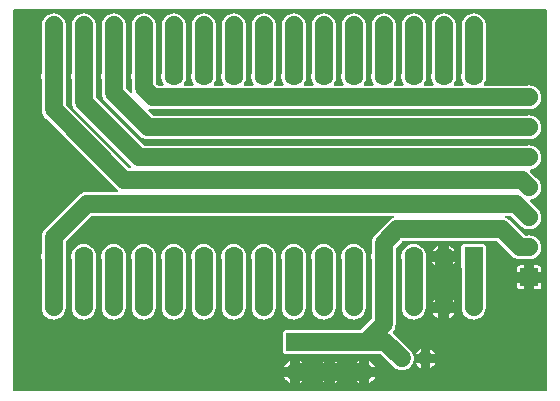
<source format=gtl>
G04 Layer: TopLayer*
G04 EasyEDA v6.4.19.4, 2021-04-27T12:02:32+05:30*
G04 545d4b8ce55c4096bfffc31d6a5384ca,10*
G04 Gerber Generator version 0.2*
G04 Scale: 100 percent, Rotated: No, Reflected: No *
G04 Dimensions in millimeters *
G04 leading zeros omitted , absolute positions ,4 integer and 5 decimal *
%FSLAX45Y45*%
%MOMM*%

%ADD11C,1.5000*%
%ADD12R,1.5240X1.5240*%
%ADD13C,1.5240*%
%ADD14C,1.3000*%
%ADD15R,1.6000X1.6000*%
%ADD16C,1.6000*%

%LPD*%
G36*
X735838Y2438654D02*
G01*
X731926Y2439416D01*
X728675Y2441651D01*
X726440Y2444902D01*
X725678Y2448814D01*
X725678Y5664200D01*
X726440Y5668111D01*
X728675Y5671362D01*
X731926Y5673598D01*
X735838Y5674360D01*
X5234686Y5674360D01*
X5238597Y5673598D01*
X5241848Y5671362D01*
X5244084Y5668111D01*
X5244846Y5664200D01*
X5244846Y2448814D01*
X5244084Y2444902D01*
X5241848Y2441651D01*
X5238597Y2439416D01*
X5234686Y2438654D01*
G37*

%LPC*%
G36*
X4626000Y3047593D02*
G01*
X4639513Y3048965D01*
X4652772Y3052114D01*
X4665472Y3056991D01*
X4677359Y3063544D01*
X4688332Y3071622D01*
X4698085Y3081070D01*
X4706518Y3091738D01*
X4713478Y3103422D01*
X4718761Y3115970D01*
X4722368Y3129076D01*
X4724196Y3142589D01*
X4724196Y3156153D01*
X4723231Y3164179D01*
X4723384Y3483457D01*
X4723790Y3486251D01*
X4725873Y3490315D01*
X4727752Y3495700D01*
X4728464Y3501948D01*
X4728464Y3660851D01*
X4727752Y3667099D01*
X4725873Y3672484D01*
X4722825Y3677361D01*
X4718761Y3681425D01*
X4713884Y3684473D01*
X4708499Y3686352D01*
X4702251Y3687064D01*
X4543348Y3687064D01*
X4537100Y3686352D01*
X4531715Y3684473D01*
X4526838Y3681425D01*
X4522774Y3677361D01*
X4519726Y3672484D01*
X4517847Y3667099D01*
X4517136Y3660851D01*
X4517136Y3501948D01*
X4517847Y3495700D01*
X4519726Y3490315D01*
X4521708Y3486454D01*
X4522063Y3483610D01*
X4521911Y3165144D01*
X4520742Y3149346D01*
X4521657Y3135782D01*
X4524349Y3122472D01*
X4528820Y3109620D01*
X4534966Y3097479D01*
X4542688Y3086252D01*
X4551781Y3076194D01*
X4562195Y3067405D01*
X4573625Y3060090D01*
X4585970Y3054350D01*
X4598974Y3050336D01*
X4612386Y3048050D01*
G37*
G36*
X3067050Y2512110D02*
G01*
X3067050Y2559050D01*
X3020110Y2559050D01*
X3022193Y2554579D01*
X3029508Y2543098D01*
X3038297Y2532684D01*
X3048406Y2523591D01*
X3059582Y2515870D01*
G37*
G36*
X3359150Y2512110D02*
G01*
X3359150Y2559050D01*
X3312210Y2559050D01*
X3314293Y2554579D01*
X3321608Y2543098D01*
X3330397Y2532684D01*
X3340506Y2523591D01*
X3351682Y2515870D01*
G37*
G36*
X3740150Y2512110D02*
G01*
X3747617Y2515870D01*
X3758793Y2523591D01*
X3768902Y2532684D01*
X3777691Y2543098D01*
X3785006Y2554579D01*
X3787089Y2559050D01*
X3740150Y2559050D01*
G37*
G36*
X3448050Y2512110D02*
G01*
X3455517Y2515870D01*
X3466693Y2523591D01*
X3476802Y2532684D01*
X3485591Y2543098D01*
X3492906Y2554579D01*
X3494989Y2559050D01*
X3448050Y2559050D01*
G37*
G36*
X3155950Y2512110D02*
G01*
X3163417Y2515870D01*
X3174593Y2523591D01*
X3184702Y2532684D01*
X3193491Y2543098D01*
X3200806Y2554579D01*
X3202889Y2559050D01*
X3155950Y2559050D01*
G37*
G36*
X4014825Y2617165D02*
G01*
X4027932Y2618028D01*
X4040835Y2620619D01*
X4053332Y2624836D01*
X4065117Y2630627D01*
X4076039Y2637942D01*
X4085945Y2646629D01*
X4094632Y2656535D01*
X4101947Y2667508D01*
X4107789Y2679293D01*
X4110380Y2686913D01*
X4111904Y2689555D01*
X4111853Y2691079D01*
X4114596Y2704642D01*
X4115409Y2717800D01*
X4114596Y2730957D01*
X4111853Y2744520D01*
X4111904Y2746044D01*
X4110380Y2748686D01*
X4107789Y2756306D01*
X4101947Y2768092D01*
X4094632Y2779064D01*
X4085742Y2789224D01*
X3946499Y2928416D01*
X3940810Y2933446D01*
X3938371Y2936595D01*
X3937355Y2940405D01*
X3937863Y2944368D01*
X3947718Y2959354D01*
X3953560Y2971139D01*
X3957777Y2983636D01*
X3960368Y2996539D01*
X3961231Y3010001D01*
X3961231Y3134715D01*
X3962196Y3142589D01*
X3962196Y3156153D01*
X3961231Y3164179D01*
X3961434Y3548278D01*
X3961993Y3551529D01*
X3962857Y3554069D01*
X3965549Y3567633D01*
X3966413Y3581400D01*
X3965549Y3595166D01*
X3962857Y3608730D01*
X3961993Y3611219D01*
X3961434Y3614470D01*
X3961434Y3649776D01*
X3962247Y3653688D01*
X3964432Y3656990D01*
X4013809Y3706368D01*
X4017111Y3708552D01*
X4021023Y3709365D01*
X4818176Y3709365D01*
X4822088Y3708552D01*
X4825390Y3706368D01*
X4945075Y3586683D01*
X4955235Y3577742D01*
X4966208Y3570427D01*
X4977993Y3564636D01*
X4990439Y3560419D01*
X5003342Y3557828D01*
X5016855Y3556965D01*
X5078171Y3556965D01*
X5085892Y3556000D01*
X5099507Y3556000D01*
X5112969Y3557828D01*
X5126126Y3561384D01*
X5138623Y3566718D01*
X5150307Y3573627D01*
X5161026Y3582060D01*
X5170474Y3591864D01*
X5178552Y3602786D01*
X5185054Y3614724D01*
X5189982Y3627424D01*
X5193131Y3640683D01*
X5194452Y3654196D01*
X5193995Y3667810D01*
X5191760Y3681222D01*
X5187746Y3694176D01*
X5182006Y3706520D01*
X5174691Y3718001D01*
X5165902Y3728415D01*
X5155793Y3737508D01*
X5144617Y3745229D01*
X5132476Y3751326D01*
X5119624Y3755796D01*
X5106263Y3758539D01*
X5092700Y3759454D01*
X5076799Y3758234D01*
X5062423Y3758234D01*
X5058511Y3759047D01*
X5055209Y3761232D01*
X4935524Y3880916D01*
X4925364Y3889857D01*
X4914392Y3897172D01*
X4902606Y3902964D01*
X4895240Y3905453D01*
X4891786Y3907485D01*
X4889347Y3910787D01*
X4888382Y3914698D01*
X4889042Y3918712D01*
X4891227Y3922115D01*
X4894580Y3924452D01*
X4898542Y3925265D01*
X4932476Y3925265D01*
X4936388Y3924452D01*
X4939690Y3922268D01*
X5011115Y3850792D01*
X5014925Y3845864D01*
X5024374Y3836060D01*
X5035092Y3827627D01*
X5046776Y3820718D01*
X5059273Y3815384D01*
X5072430Y3811828D01*
X5085892Y3810000D01*
X5099507Y3810000D01*
X5112969Y3811828D01*
X5126126Y3815384D01*
X5138623Y3820718D01*
X5150307Y3827627D01*
X5161026Y3836060D01*
X5170474Y3845864D01*
X5178552Y3856786D01*
X5185054Y3868724D01*
X5189982Y3881424D01*
X5193131Y3894683D01*
X5194452Y3908196D01*
X5193995Y3921810D01*
X5191760Y3935222D01*
X5187746Y3948176D01*
X5182006Y3960520D01*
X5174691Y3972001D01*
X5165902Y3982415D01*
X5155793Y3991508D01*
X5152999Y3993692D01*
X5099151Y4047490D01*
X5096764Y4051249D01*
X5096256Y4055719D01*
X5097678Y4059936D01*
X5100777Y4063187D01*
X5104993Y4064711D01*
X5112969Y4065828D01*
X5126126Y4069384D01*
X5138623Y4074718D01*
X5150307Y4081627D01*
X5161026Y4090060D01*
X5170474Y4099864D01*
X5178552Y4110786D01*
X5185054Y4122724D01*
X5189982Y4135424D01*
X5193131Y4148683D01*
X5194452Y4162196D01*
X5193995Y4175810D01*
X5191760Y4189222D01*
X5187746Y4202176D01*
X5182006Y4214520D01*
X5174691Y4226001D01*
X5165902Y4236415D01*
X5155793Y4245508D01*
X5152999Y4247692D01*
X5100624Y4300016D01*
X5097119Y4304030D01*
X5096103Y4307738D01*
X5096459Y4311599D01*
X5098288Y4315002D01*
X5101183Y4317492D01*
X5104841Y4318711D01*
X5112969Y4319828D01*
X5126126Y4323384D01*
X5138623Y4328718D01*
X5150307Y4335627D01*
X5161026Y4344060D01*
X5170474Y4353864D01*
X5178552Y4364786D01*
X5185054Y4376724D01*
X5189982Y4389424D01*
X5193131Y4402683D01*
X5194452Y4416196D01*
X5193995Y4429810D01*
X5191760Y4443222D01*
X5187746Y4456176D01*
X5182006Y4468520D01*
X5174691Y4480001D01*
X5165902Y4490415D01*
X5155793Y4499508D01*
X5144617Y4507230D01*
X5132476Y4513326D01*
X5119624Y4517796D01*
X5106263Y4520539D01*
X5092700Y4521454D01*
X5076799Y4520234D01*
X1836623Y4520234D01*
X1832711Y4521047D01*
X1829409Y4523232D01*
X1424432Y4928209D01*
X1422247Y4931511D01*
X1421434Y4935423D01*
X1421434Y5072329D01*
X1421993Y5075580D01*
X1422857Y5078069D01*
X1425549Y5091633D01*
X1426413Y5105400D01*
X1425549Y5119166D01*
X1422857Y5132730D01*
X1421993Y5135168D01*
X1421485Y5138420D01*
X1421688Y5521655D01*
X1422857Y5537403D01*
X1421942Y5551017D01*
X1419250Y5564327D01*
X1414780Y5577179D01*
X1408633Y5589320D01*
X1400911Y5600547D01*
X1391818Y5610606D01*
X1381404Y5619394D01*
X1369974Y5626709D01*
X1357630Y5632450D01*
X1344625Y5636463D01*
X1331214Y5638749D01*
X1317599Y5639206D01*
X1304086Y5637834D01*
X1290828Y5634685D01*
X1278128Y5629808D01*
X1266240Y5623255D01*
X1255268Y5615178D01*
X1245514Y5605729D01*
X1237081Y5595061D01*
X1230122Y5583377D01*
X1224838Y5570829D01*
X1221232Y5557723D01*
X1219403Y5544210D01*
X1219403Y5530646D01*
X1220368Y5522620D01*
X1220165Y5138521D01*
X1219606Y5135270D01*
X1218742Y5132730D01*
X1216050Y5119166D01*
X1215186Y5105400D01*
X1216050Y5091633D01*
X1218742Y5078069D01*
X1219606Y5075580D01*
X1220165Y5072329D01*
X1220165Y4889855D01*
X1221028Y4876342D01*
X1223619Y4863439D01*
X1227836Y4850993D01*
X1233627Y4839208D01*
X1240942Y4828235D01*
X1249883Y4818075D01*
X1720545Y4347565D01*
X1723034Y4344314D01*
X1723999Y4340352D01*
X1723389Y4336338D01*
X1721205Y4332884D01*
X1717852Y4330547D01*
X1713839Y4329734D01*
X1709623Y4329734D01*
X1705711Y4330547D01*
X1702409Y4332732D01*
X1170432Y4864709D01*
X1168247Y4868011D01*
X1167434Y4871923D01*
X1167434Y5072329D01*
X1167993Y5075580D01*
X1168857Y5078069D01*
X1171549Y5091633D01*
X1172413Y5105400D01*
X1171549Y5119166D01*
X1168857Y5132730D01*
X1167993Y5135168D01*
X1167485Y5138420D01*
X1167688Y5521655D01*
X1168857Y5537403D01*
X1167942Y5551017D01*
X1165250Y5564327D01*
X1160780Y5577179D01*
X1154633Y5589320D01*
X1146911Y5600547D01*
X1137818Y5610606D01*
X1127404Y5619394D01*
X1115974Y5626709D01*
X1103630Y5632450D01*
X1090625Y5636463D01*
X1077214Y5638749D01*
X1063599Y5639206D01*
X1050086Y5637834D01*
X1036828Y5634685D01*
X1024128Y5629808D01*
X1012240Y5623255D01*
X1001268Y5615178D01*
X991514Y5605729D01*
X983081Y5595061D01*
X976121Y5583377D01*
X970838Y5570829D01*
X967232Y5557723D01*
X965403Y5544210D01*
X965403Y5530646D01*
X966368Y5522620D01*
X966165Y5138521D01*
X965606Y5135270D01*
X964742Y5132730D01*
X962050Y5119166D01*
X961186Y5105400D01*
X962050Y5091633D01*
X964742Y5078069D01*
X965606Y5075580D01*
X966165Y5072329D01*
X966165Y4826355D01*
X967028Y4812842D01*
X969619Y4799939D01*
X973836Y4787493D01*
X979627Y4775708D01*
X986942Y4764735D01*
X995883Y4754575D01*
X1592275Y4158183D01*
X1602435Y4149242D01*
X1608582Y4145178D01*
X1611579Y4142079D01*
X1613001Y4138015D01*
X1612646Y4133748D01*
X1610563Y4130040D01*
X1607108Y4127449D01*
X1602943Y4126534D01*
X1346555Y4126534D01*
X1333042Y4125671D01*
X1320139Y4123080D01*
X1307693Y4118864D01*
X1295908Y4113072D01*
X1284935Y4105757D01*
X1274775Y4096816D01*
X995883Y3817924D01*
X986942Y3807764D01*
X979627Y3796792D01*
X973836Y3785006D01*
X969619Y3772560D01*
X967028Y3759657D01*
X966165Y3746144D01*
X966165Y3614470D01*
X965606Y3611219D01*
X964742Y3608730D01*
X962050Y3595166D01*
X961186Y3581400D01*
X962050Y3567633D01*
X964742Y3554069D01*
X965606Y3551631D01*
X966114Y3548379D01*
X965911Y3165144D01*
X964742Y3149346D01*
X965657Y3135782D01*
X968349Y3122472D01*
X972819Y3109620D01*
X978966Y3097479D01*
X986688Y3086252D01*
X995781Y3076194D01*
X1006195Y3067405D01*
X1017625Y3060090D01*
X1029969Y3054350D01*
X1042974Y3050336D01*
X1056386Y3048050D01*
X1070000Y3047593D01*
X1083513Y3048965D01*
X1096772Y3052114D01*
X1109472Y3056991D01*
X1121359Y3063544D01*
X1132332Y3071622D01*
X1142085Y3081070D01*
X1150518Y3091738D01*
X1157478Y3103422D01*
X1162761Y3115970D01*
X1166368Y3129076D01*
X1168196Y3142589D01*
X1168196Y3156153D01*
X1167231Y3164179D01*
X1167434Y3548278D01*
X1167993Y3551529D01*
X1168857Y3554069D01*
X1171549Y3567633D01*
X1172413Y3581400D01*
X1171549Y3595166D01*
X1168857Y3608730D01*
X1167993Y3611219D01*
X1167434Y3614470D01*
X1167434Y3700576D01*
X1168247Y3704488D01*
X1170432Y3707790D01*
X1384909Y3922268D01*
X1388211Y3924452D01*
X1392123Y3925265D01*
X3940657Y3925265D01*
X3944620Y3924452D01*
X3947972Y3922115D01*
X3950157Y3918712D01*
X3950817Y3914698D01*
X3949852Y3910787D01*
X3947464Y3907485D01*
X3943959Y3905453D01*
X3936593Y3902964D01*
X3924808Y3897172D01*
X3913835Y3889857D01*
X3903675Y3880916D01*
X3789883Y3767124D01*
X3780942Y3756964D01*
X3773627Y3745992D01*
X3767836Y3734206D01*
X3763619Y3721760D01*
X3761028Y3708857D01*
X3760165Y3695344D01*
X3760165Y3614470D01*
X3759606Y3611219D01*
X3758742Y3608730D01*
X3756050Y3595166D01*
X3755186Y3581400D01*
X3756050Y3567633D01*
X3758742Y3554069D01*
X3759606Y3551631D01*
X3760114Y3548379D01*
X3759911Y3165144D01*
X3758742Y3149346D01*
X3759911Y3133547D01*
X3759911Y3055569D01*
X3759149Y3051708D01*
X3756964Y3048406D01*
X3670858Y2962351D01*
X3667607Y2960116D01*
X3663696Y2959354D01*
X3620058Y2959354D01*
X3610660Y2958134D01*
X3488639Y2958134D01*
X3479241Y2959354D01*
X3327958Y2959354D01*
X3318560Y2958134D01*
X3196539Y2958134D01*
X3187141Y2959354D01*
X3035858Y2959354D01*
X3029610Y2958642D01*
X3024174Y2956763D01*
X3019348Y2953715D01*
X3015284Y2949651D01*
X3012236Y2944825D01*
X3010357Y2939389D01*
X3009646Y2933141D01*
X3009646Y2781858D01*
X3010357Y2775610D01*
X3012236Y2770174D01*
X3015284Y2765348D01*
X3019348Y2761284D01*
X3024174Y2758236D01*
X3029610Y2756357D01*
X3035858Y2755646D01*
X3187141Y2755646D01*
X3196539Y2756865D01*
X3318560Y2756865D01*
X3327958Y2755646D01*
X3479241Y2755646D01*
X3488639Y2756865D01*
X3610660Y2756865D01*
X3620058Y2755646D01*
X3771341Y2755646D01*
X3780739Y2756865D01*
X3829202Y2756865D01*
X3833063Y2756052D01*
X3836365Y2753868D01*
X3943400Y2646883D01*
X3953560Y2637942D01*
X3964482Y2630627D01*
X3976268Y2624836D01*
X3988765Y2620619D01*
X4001668Y2618028D01*
G37*
G36*
X4253636Y2636012D02*
G01*
X4254550Y2636367D01*
X4265472Y2642666D01*
X4275429Y2650439D01*
X4284218Y2659532D01*
X4291634Y2669794D01*
X4296511Y2678938D01*
X4253636Y2678938D01*
G37*
G36*
X4175963Y2636164D02*
G01*
X4175963Y2678938D01*
X4133138Y2678938D01*
X4134764Y2675229D01*
X4141470Y2664510D01*
X4149598Y2654858D01*
X4158996Y2646375D01*
X4169460Y2639314D01*
G37*
G36*
X3020009Y2647950D02*
G01*
X3067050Y2647950D01*
X3067050Y2694990D01*
X3065576Y2694381D01*
X3053892Y2687472D01*
X3043174Y2679039D01*
X3033725Y2669235D01*
X3025648Y2658313D01*
G37*
G36*
X3448050Y2647950D02*
G01*
X3495090Y2647950D01*
X3489451Y2658313D01*
X3481374Y2669235D01*
X3471926Y2679039D01*
X3461207Y2687472D01*
X3449523Y2694381D01*
X3448050Y2694990D01*
G37*
G36*
X3604209Y2647950D02*
G01*
X3651250Y2647950D01*
X3651250Y2694990D01*
X3649776Y2694381D01*
X3638092Y2687472D01*
X3627374Y2679039D01*
X3617925Y2669235D01*
X3609848Y2658313D01*
G37*
G36*
X3312109Y2647950D02*
G01*
X3359150Y2647950D01*
X3359150Y2694990D01*
X3357676Y2694381D01*
X3345992Y2687472D01*
X3335274Y2679039D01*
X3325825Y2669235D01*
X3317748Y2658313D01*
G37*
G36*
X3155950Y2647950D02*
G01*
X3202990Y2647950D01*
X3197352Y2658313D01*
X3189274Y2669235D01*
X3179826Y2679039D01*
X3169107Y2687472D01*
X3157423Y2694381D01*
X3155950Y2694990D01*
G37*
G36*
X3740150Y2647950D02*
G01*
X3787190Y2647950D01*
X3781551Y2658313D01*
X3773474Y2669235D01*
X3764026Y2679039D01*
X3753307Y2687472D01*
X3741623Y2694381D01*
X3740150Y2694990D01*
G37*
G36*
X5085892Y4572000D02*
G01*
X5099507Y4572000D01*
X5112969Y4573828D01*
X5126126Y4577384D01*
X5138623Y4582718D01*
X5150307Y4589627D01*
X5161026Y4598060D01*
X5170474Y4607864D01*
X5178552Y4618786D01*
X5185054Y4630724D01*
X5189982Y4643424D01*
X5193131Y4656683D01*
X5194452Y4670196D01*
X5193995Y4683810D01*
X5191760Y4697222D01*
X5187746Y4710176D01*
X5182006Y4722520D01*
X5174691Y4734001D01*
X5165902Y4744415D01*
X5155793Y4753508D01*
X5144617Y4761230D01*
X5132476Y4767326D01*
X5119624Y4771796D01*
X5106263Y4774539D01*
X5092700Y4775454D01*
X5076799Y4774234D01*
X1912823Y4774234D01*
X1908911Y4775047D01*
X1905609Y4777232D01*
X1869541Y4813300D01*
X1867204Y4816906D01*
X1866595Y4821123D01*
X1867763Y4825288D01*
X1870557Y4828540D01*
X1874418Y4830368D01*
X1878736Y4830419D01*
X1891842Y4827828D01*
X1905355Y4826965D01*
X5078171Y4826965D01*
X5085892Y4826000D01*
X5099507Y4826000D01*
X5112969Y4827828D01*
X5126126Y4831384D01*
X5138623Y4836718D01*
X5150307Y4843627D01*
X5161026Y4852060D01*
X5170474Y4861864D01*
X5178552Y4872786D01*
X5185054Y4884724D01*
X5189982Y4897424D01*
X5193131Y4910683D01*
X5194452Y4924196D01*
X5193995Y4937810D01*
X5191760Y4951222D01*
X5187746Y4964176D01*
X5182006Y4976520D01*
X5174691Y4988001D01*
X5165902Y4998415D01*
X5155793Y5007508D01*
X5144617Y5015230D01*
X5132476Y5021326D01*
X5119624Y5025796D01*
X5106263Y5028539D01*
X5092700Y5029454D01*
X5076799Y5028234D01*
X4717034Y5028234D01*
X4712766Y5029200D01*
X4709312Y5031790D01*
X4707229Y5035651D01*
X4706975Y5040020D01*
X4708601Y5044033D01*
X4714290Y5052568D01*
X4720386Y5064963D01*
X4724857Y5078069D01*
X4727549Y5091633D01*
X4728413Y5105400D01*
X4727549Y5119166D01*
X4724857Y5132730D01*
X4723993Y5135168D01*
X4723485Y5138420D01*
X4723688Y5521655D01*
X4724857Y5537403D01*
X4723942Y5551017D01*
X4721250Y5564327D01*
X4716780Y5577179D01*
X4710633Y5589320D01*
X4702911Y5600547D01*
X4693818Y5610606D01*
X4683404Y5619394D01*
X4671974Y5626709D01*
X4659630Y5632450D01*
X4646625Y5636463D01*
X4633214Y5638749D01*
X4619599Y5639206D01*
X4606086Y5637834D01*
X4592828Y5634685D01*
X4580128Y5629808D01*
X4568240Y5623255D01*
X4557268Y5615178D01*
X4547514Y5605729D01*
X4539081Y5595061D01*
X4532122Y5583377D01*
X4526838Y5570829D01*
X4523232Y5557723D01*
X4521403Y5544210D01*
X4521403Y5530646D01*
X4522368Y5522620D01*
X4522165Y5138521D01*
X4521606Y5135270D01*
X4520742Y5132730D01*
X4518050Y5119166D01*
X4517186Y5105400D01*
X4518050Y5091633D01*
X4520742Y5078069D01*
X4525213Y5064963D01*
X4531309Y5052568D01*
X4536998Y5044033D01*
X4538624Y5040020D01*
X4538370Y5035651D01*
X4536287Y5031790D01*
X4532833Y5029200D01*
X4528566Y5028234D01*
X4463034Y5028234D01*
X4458766Y5029200D01*
X4455312Y5031790D01*
X4453229Y5035651D01*
X4452975Y5040020D01*
X4454601Y5044033D01*
X4460290Y5052568D01*
X4466386Y5064963D01*
X4470857Y5078069D01*
X4473549Y5091633D01*
X4474413Y5105400D01*
X4473549Y5119166D01*
X4470857Y5132730D01*
X4469993Y5135168D01*
X4469485Y5138420D01*
X4469688Y5521655D01*
X4470857Y5537403D01*
X4469942Y5551017D01*
X4467250Y5564327D01*
X4462780Y5577179D01*
X4456633Y5589320D01*
X4448911Y5600547D01*
X4439818Y5610606D01*
X4429404Y5619394D01*
X4417974Y5626709D01*
X4405630Y5632450D01*
X4392625Y5636463D01*
X4379214Y5638749D01*
X4365599Y5639206D01*
X4352086Y5637834D01*
X4338828Y5634685D01*
X4326128Y5629808D01*
X4314240Y5623255D01*
X4303268Y5615178D01*
X4293514Y5605729D01*
X4285081Y5595061D01*
X4278122Y5583377D01*
X4272838Y5570829D01*
X4269232Y5557723D01*
X4267403Y5544210D01*
X4267403Y5530646D01*
X4268368Y5522620D01*
X4268165Y5138521D01*
X4267606Y5135270D01*
X4266742Y5132730D01*
X4264050Y5119166D01*
X4263186Y5105400D01*
X4264050Y5091633D01*
X4266742Y5078069D01*
X4271213Y5064963D01*
X4277309Y5052568D01*
X4282998Y5044033D01*
X4284624Y5040020D01*
X4284370Y5035651D01*
X4282287Y5031790D01*
X4278833Y5029200D01*
X4274566Y5028234D01*
X4209034Y5028234D01*
X4204766Y5029200D01*
X4201312Y5031790D01*
X4199229Y5035651D01*
X4198975Y5040020D01*
X4200601Y5044033D01*
X4206290Y5052568D01*
X4212386Y5064963D01*
X4216857Y5078069D01*
X4219549Y5091633D01*
X4220413Y5105400D01*
X4219549Y5119166D01*
X4216857Y5132730D01*
X4215993Y5135168D01*
X4215485Y5138420D01*
X4215688Y5521655D01*
X4216857Y5537403D01*
X4215942Y5551017D01*
X4213250Y5564327D01*
X4208780Y5577179D01*
X4202633Y5589320D01*
X4194911Y5600547D01*
X4185818Y5610606D01*
X4175404Y5619394D01*
X4163974Y5626709D01*
X4151629Y5632450D01*
X4138625Y5636463D01*
X4125214Y5638749D01*
X4111599Y5639206D01*
X4098086Y5637834D01*
X4084828Y5634685D01*
X4072128Y5629808D01*
X4060240Y5623255D01*
X4049268Y5615178D01*
X4039514Y5605729D01*
X4031081Y5595061D01*
X4024122Y5583377D01*
X4018838Y5570829D01*
X4015232Y5557723D01*
X4013403Y5544210D01*
X4013403Y5530646D01*
X4014368Y5522620D01*
X4014165Y5138521D01*
X4013606Y5135270D01*
X4012742Y5132730D01*
X4010050Y5119166D01*
X4009186Y5105400D01*
X4010050Y5091633D01*
X4012742Y5078069D01*
X4017213Y5064963D01*
X4023309Y5052568D01*
X4028998Y5044033D01*
X4030624Y5040020D01*
X4030370Y5035651D01*
X4028287Y5031790D01*
X4024833Y5029200D01*
X4020565Y5028234D01*
X3955034Y5028234D01*
X3950766Y5029200D01*
X3947312Y5031790D01*
X3945229Y5035651D01*
X3944975Y5040020D01*
X3946601Y5044033D01*
X3952290Y5052568D01*
X3958386Y5064963D01*
X3962857Y5078069D01*
X3965549Y5091633D01*
X3966413Y5105400D01*
X3965549Y5119166D01*
X3962857Y5132730D01*
X3961993Y5135168D01*
X3961485Y5138420D01*
X3961688Y5521655D01*
X3962857Y5537403D01*
X3961942Y5551017D01*
X3959250Y5564327D01*
X3954779Y5577179D01*
X3948633Y5589320D01*
X3940911Y5600547D01*
X3931818Y5610606D01*
X3921404Y5619394D01*
X3909974Y5626709D01*
X3897629Y5632450D01*
X3884625Y5636463D01*
X3871214Y5638749D01*
X3857599Y5639206D01*
X3844086Y5637834D01*
X3830828Y5634685D01*
X3818128Y5629808D01*
X3806240Y5623255D01*
X3795268Y5615178D01*
X3785514Y5605729D01*
X3777081Y5595061D01*
X3770122Y5583377D01*
X3764838Y5570829D01*
X3761232Y5557723D01*
X3759403Y5544210D01*
X3759403Y5530646D01*
X3760368Y5522620D01*
X3760165Y5138521D01*
X3759606Y5135270D01*
X3758742Y5132730D01*
X3756050Y5119166D01*
X3755186Y5105400D01*
X3756050Y5091633D01*
X3758742Y5078069D01*
X3763213Y5064963D01*
X3769309Y5052568D01*
X3774998Y5044033D01*
X3776624Y5040020D01*
X3776370Y5035651D01*
X3774287Y5031790D01*
X3770833Y5029200D01*
X3766565Y5028234D01*
X3701034Y5028234D01*
X3696766Y5029200D01*
X3693312Y5031790D01*
X3691229Y5035651D01*
X3690975Y5040020D01*
X3692601Y5044033D01*
X3698290Y5052568D01*
X3704386Y5064963D01*
X3708857Y5078069D01*
X3711549Y5091633D01*
X3712413Y5105400D01*
X3711549Y5119166D01*
X3708857Y5132730D01*
X3707993Y5135168D01*
X3707485Y5138420D01*
X3707688Y5521655D01*
X3708857Y5537403D01*
X3707942Y5551017D01*
X3705250Y5564327D01*
X3700779Y5577179D01*
X3694633Y5589320D01*
X3686911Y5600547D01*
X3677818Y5610606D01*
X3667404Y5619394D01*
X3655974Y5626709D01*
X3643629Y5632450D01*
X3630625Y5636463D01*
X3617214Y5638749D01*
X3603599Y5639206D01*
X3590086Y5637834D01*
X3576828Y5634685D01*
X3564128Y5629808D01*
X3552240Y5623255D01*
X3541268Y5615178D01*
X3531514Y5605729D01*
X3523081Y5595061D01*
X3516122Y5583377D01*
X3510838Y5570829D01*
X3507232Y5557723D01*
X3505403Y5544210D01*
X3505403Y5530646D01*
X3506368Y5522620D01*
X3506165Y5138521D01*
X3505606Y5135270D01*
X3504742Y5132730D01*
X3502050Y5119166D01*
X3501186Y5105400D01*
X3502050Y5091633D01*
X3504742Y5078069D01*
X3509213Y5064963D01*
X3515309Y5052568D01*
X3520998Y5044033D01*
X3522624Y5040020D01*
X3522370Y5035651D01*
X3520287Y5031790D01*
X3516833Y5029200D01*
X3512565Y5028234D01*
X3447034Y5028234D01*
X3442766Y5029200D01*
X3439312Y5031790D01*
X3437229Y5035651D01*
X3436975Y5040020D01*
X3438601Y5044033D01*
X3444290Y5052568D01*
X3450386Y5064963D01*
X3454857Y5078069D01*
X3457549Y5091633D01*
X3458413Y5105400D01*
X3457549Y5119166D01*
X3454857Y5132730D01*
X3453993Y5135168D01*
X3453485Y5138420D01*
X3453688Y5521655D01*
X3454857Y5537403D01*
X3453942Y5551017D01*
X3451250Y5564327D01*
X3446779Y5577179D01*
X3440633Y5589320D01*
X3432911Y5600547D01*
X3423818Y5610606D01*
X3413404Y5619394D01*
X3401974Y5626709D01*
X3389629Y5632450D01*
X3376625Y5636463D01*
X3363214Y5638749D01*
X3349599Y5639206D01*
X3336086Y5637834D01*
X3322828Y5634685D01*
X3310128Y5629808D01*
X3298240Y5623255D01*
X3287268Y5615178D01*
X3277514Y5605729D01*
X3269081Y5595061D01*
X3262122Y5583377D01*
X3256838Y5570829D01*
X3253232Y5557723D01*
X3251403Y5544210D01*
X3251403Y5530646D01*
X3252368Y5522620D01*
X3252165Y5138521D01*
X3251606Y5135270D01*
X3250742Y5132730D01*
X3248050Y5119166D01*
X3247186Y5105400D01*
X3248050Y5091633D01*
X3250742Y5078069D01*
X3255213Y5064963D01*
X3261309Y5052568D01*
X3266998Y5044033D01*
X3268624Y5040020D01*
X3268370Y5035651D01*
X3266287Y5031790D01*
X3262833Y5029200D01*
X3258565Y5028234D01*
X3193034Y5028234D01*
X3188766Y5029200D01*
X3185312Y5031790D01*
X3183229Y5035651D01*
X3182975Y5040020D01*
X3184601Y5044033D01*
X3190290Y5052568D01*
X3196386Y5064963D01*
X3200857Y5078069D01*
X3203549Y5091633D01*
X3204413Y5105400D01*
X3203549Y5119166D01*
X3200857Y5132730D01*
X3199993Y5135168D01*
X3199485Y5138420D01*
X3199688Y5521655D01*
X3200857Y5537403D01*
X3199942Y5551017D01*
X3197250Y5564327D01*
X3192780Y5577179D01*
X3186633Y5589320D01*
X3178911Y5600547D01*
X3169818Y5610606D01*
X3159404Y5619394D01*
X3147974Y5626709D01*
X3135630Y5632450D01*
X3122625Y5636463D01*
X3109214Y5638749D01*
X3095599Y5639206D01*
X3082086Y5637834D01*
X3068828Y5634685D01*
X3056128Y5629808D01*
X3044240Y5623255D01*
X3033268Y5615178D01*
X3023514Y5605729D01*
X3015081Y5595061D01*
X3008122Y5583377D01*
X3002838Y5570829D01*
X2999232Y5557723D01*
X2997403Y5544210D01*
X2997403Y5530646D01*
X2998368Y5522620D01*
X2998165Y5138521D01*
X2997606Y5135270D01*
X2996742Y5132730D01*
X2994050Y5119166D01*
X2993186Y5105400D01*
X2994050Y5091633D01*
X2996742Y5078069D01*
X3001213Y5064963D01*
X3007309Y5052568D01*
X3012998Y5044033D01*
X3014624Y5040020D01*
X3014370Y5035651D01*
X3012287Y5031790D01*
X3008833Y5029200D01*
X3004566Y5028234D01*
X2939034Y5028234D01*
X2934766Y5029200D01*
X2931312Y5031790D01*
X2929229Y5035651D01*
X2928975Y5040020D01*
X2930601Y5044033D01*
X2936290Y5052568D01*
X2942386Y5064963D01*
X2946857Y5078069D01*
X2949549Y5091633D01*
X2950413Y5105400D01*
X2949549Y5119166D01*
X2946857Y5132730D01*
X2945993Y5135168D01*
X2945485Y5138420D01*
X2945688Y5521655D01*
X2946857Y5537403D01*
X2945942Y5551017D01*
X2943250Y5564327D01*
X2938780Y5577179D01*
X2932633Y5589320D01*
X2924911Y5600547D01*
X2915818Y5610606D01*
X2905404Y5619394D01*
X2893974Y5626709D01*
X2881630Y5632450D01*
X2868625Y5636463D01*
X2855214Y5638749D01*
X2841599Y5639206D01*
X2828086Y5637834D01*
X2814828Y5634685D01*
X2802128Y5629808D01*
X2790240Y5623255D01*
X2779268Y5615178D01*
X2769514Y5605729D01*
X2761081Y5595061D01*
X2754122Y5583377D01*
X2748838Y5570829D01*
X2745232Y5557723D01*
X2743403Y5544210D01*
X2743403Y5530646D01*
X2744368Y5522620D01*
X2744165Y5138521D01*
X2743606Y5135270D01*
X2742742Y5132730D01*
X2740050Y5119166D01*
X2739186Y5105400D01*
X2740050Y5091633D01*
X2742742Y5078069D01*
X2747213Y5064963D01*
X2753309Y5052568D01*
X2758998Y5044033D01*
X2760624Y5040020D01*
X2760370Y5035651D01*
X2758287Y5031790D01*
X2754833Y5029200D01*
X2750566Y5028234D01*
X2685034Y5028234D01*
X2680766Y5029200D01*
X2677312Y5031790D01*
X2675229Y5035651D01*
X2674975Y5040020D01*
X2676601Y5044033D01*
X2682290Y5052568D01*
X2688386Y5064963D01*
X2692857Y5078069D01*
X2695549Y5091633D01*
X2696413Y5105400D01*
X2695549Y5119166D01*
X2692857Y5132730D01*
X2691993Y5135168D01*
X2691485Y5138420D01*
X2691688Y5521655D01*
X2692857Y5537403D01*
X2691942Y5551017D01*
X2689250Y5564327D01*
X2684780Y5577179D01*
X2678633Y5589320D01*
X2670911Y5600547D01*
X2661818Y5610606D01*
X2651404Y5619394D01*
X2639974Y5626709D01*
X2627630Y5632450D01*
X2614625Y5636463D01*
X2601214Y5638749D01*
X2587599Y5639206D01*
X2574086Y5637834D01*
X2560828Y5634685D01*
X2548128Y5629808D01*
X2536240Y5623255D01*
X2525268Y5615178D01*
X2515514Y5605729D01*
X2507081Y5595061D01*
X2500122Y5583377D01*
X2494838Y5570829D01*
X2491232Y5557723D01*
X2489403Y5544210D01*
X2489403Y5530646D01*
X2490368Y5522620D01*
X2490165Y5138521D01*
X2489606Y5135270D01*
X2488742Y5132730D01*
X2486050Y5119166D01*
X2485186Y5105400D01*
X2486050Y5091633D01*
X2488742Y5078069D01*
X2493213Y5064963D01*
X2499309Y5052568D01*
X2504998Y5044033D01*
X2506624Y5040020D01*
X2506370Y5035651D01*
X2504287Y5031790D01*
X2500833Y5029200D01*
X2496566Y5028234D01*
X2431034Y5028234D01*
X2426766Y5029200D01*
X2423312Y5031790D01*
X2421229Y5035651D01*
X2420975Y5040020D01*
X2422601Y5044033D01*
X2428290Y5052568D01*
X2434386Y5064963D01*
X2438857Y5078069D01*
X2441549Y5091633D01*
X2442413Y5105400D01*
X2441549Y5119166D01*
X2438857Y5132730D01*
X2437993Y5135168D01*
X2437485Y5138420D01*
X2437688Y5521655D01*
X2438857Y5537403D01*
X2437942Y5551017D01*
X2435250Y5564327D01*
X2430780Y5577179D01*
X2424633Y5589320D01*
X2416911Y5600547D01*
X2407818Y5610606D01*
X2397404Y5619394D01*
X2385974Y5626709D01*
X2373630Y5632450D01*
X2360625Y5636463D01*
X2347214Y5638749D01*
X2333599Y5639206D01*
X2320086Y5637834D01*
X2306828Y5634685D01*
X2294128Y5629808D01*
X2282240Y5623255D01*
X2271268Y5615178D01*
X2261514Y5605729D01*
X2253081Y5595061D01*
X2246122Y5583377D01*
X2240838Y5570829D01*
X2237232Y5557723D01*
X2235403Y5544210D01*
X2235403Y5530646D01*
X2236368Y5522620D01*
X2236165Y5138521D01*
X2235606Y5135270D01*
X2234742Y5132730D01*
X2232050Y5119166D01*
X2231186Y5105400D01*
X2232050Y5091633D01*
X2234742Y5078069D01*
X2239213Y5064963D01*
X2245309Y5052568D01*
X2250998Y5044033D01*
X2252624Y5040020D01*
X2252370Y5035651D01*
X2250287Y5031790D01*
X2246833Y5029200D01*
X2242566Y5028234D01*
X2177034Y5028234D01*
X2172766Y5029200D01*
X2169312Y5031790D01*
X2167229Y5035651D01*
X2166975Y5040020D01*
X2168601Y5044033D01*
X2174290Y5052568D01*
X2180386Y5064963D01*
X2184857Y5078069D01*
X2187549Y5091633D01*
X2188413Y5105400D01*
X2187549Y5119166D01*
X2184857Y5132730D01*
X2183993Y5135168D01*
X2183485Y5138420D01*
X2183688Y5521655D01*
X2184857Y5537403D01*
X2183942Y5551017D01*
X2181250Y5564327D01*
X2176780Y5577179D01*
X2170633Y5589320D01*
X2162911Y5600547D01*
X2153818Y5610606D01*
X2143404Y5619394D01*
X2131974Y5626709D01*
X2119630Y5632450D01*
X2106625Y5636463D01*
X2093214Y5638749D01*
X2079599Y5639206D01*
X2066086Y5637834D01*
X2052828Y5634685D01*
X2040128Y5629808D01*
X2028240Y5623255D01*
X2017268Y5615178D01*
X2007514Y5605729D01*
X1999081Y5595061D01*
X1992122Y5583377D01*
X1986838Y5570829D01*
X1983232Y5557723D01*
X1981403Y5544210D01*
X1981403Y5530646D01*
X1982368Y5522620D01*
X1982165Y5138521D01*
X1981606Y5135270D01*
X1980742Y5132730D01*
X1978050Y5119166D01*
X1977186Y5105400D01*
X1978050Y5091633D01*
X1980742Y5078069D01*
X1985213Y5064963D01*
X1991309Y5052568D01*
X1996998Y5044033D01*
X1998624Y5040020D01*
X1998370Y5035651D01*
X1996287Y5031790D01*
X1992833Y5029200D01*
X1988566Y5028234D01*
X1950923Y5028234D01*
X1947011Y5029047D01*
X1943709Y5031232D01*
X1932432Y5042509D01*
X1930247Y5045811D01*
X1929434Y5049723D01*
X1929434Y5072329D01*
X1929993Y5075580D01*
X1930857Y5078069D01*
X1933549Y5091633D01*
X1934413Y5105400D01*
X1933549Y5119166D01*
X1930857Y5132730D01*
X1929993Y5135168D01*
X1929485Y5138420D01*
X1929688Y5521655D01*
X1930857Y5537403D01*
X1929942Y5551017D01*
X1927250Y5564327D01*
X1922780Y5577179D01*
X1916633Y5589320D01*
X1908911Y5600547D01*
X1899818Y5610606D01*
X1889404Y5619394D01*
X1877974Y5626709D01*
X1865630Y5632450D01*
X1852625Y5636463D01*
X1839214Y5638749D01*
X1825599Y5639206D01*
X1812086Y5637834D01*
X1798828Y5634685D01*
X1786128Y5629808D01*
X1774240Y5623255D01*
X1763268Y5615178D01*
X1753514Y5605729D01*
X1745081Y5595061D01*
X1738122Y5583377D01*
X1732838Y5570829D01*
X1729232Y5557723D01*
X1727403Y5544210D01*
X1727403Y5530646D01*
X1728368Y5522620D01*
X1728165Y5138521D01*
X1727606Y5135270D01*
X1726742Y5132730D01*
X1724050Y5119166D01*
X1723186Y5105400D01*
X1724050Y5091633D01*
X1726742Y5078069D01*
X1727606Y5075580D01*
X1728165Y5072329D01*
X1728165Y5004155D01*
X1729028Y4990642D01*
X1731619Y4977536D01*
X1731568Y4973218D01*
X1729739Y4969357D01*
X1726488Y4966563D01*
X1722323Y4965395D01*
X1718106Y4966004D01*
X1714500Y4968341D01*
X1678432Y5004409D01*
X1676247Y5007711D01*
X1675434Y5011623D01*
X1675434Y5072329D01*
X1675993Y5075580D01*
X1676857Y5078069D01*
X1679549Y5091633D01*
X1680413Y5105400D01*
X1679549Y5119166D01*
X1676857Y5132730D01*
X1675993Y5135168D01*
X1675485Y5138420D01*
X1675688Y5521655D01*
X1676857Y5537403D01*
X1675942Y5551017D01*
X1673250Y5564327D01*
X1668780Y5577179D01*
X1662633Y5589320D01*
X1654911Y5600547D01*
X1645818Y5610606D01*
X1635404Y5619394D01*
X1623974Y5626709D01*
X1611630Y5632450D01*
X1598625Y5636463D01*
X1585214Y5638749D01*
X1571599Y5639206D01*
X1558086Y5637834D01*
X1544828Y5634685D01*
X1532128Y5629808D01*
X1520240Y5623255D01*
X1509268Y5615178D01*
X1499514Y5605729D01*
X1491081Y5595061D01*
X1484122Y5583377D01*
X1478838Y5570829D01*
X1475232Y5557723D01*
X1473403Y5544210D01*
X1473403Y5530646D01*
X1474368Y5522620D01*
X1474165Y5138521D01*
X1473606Y5135270D01*
X1472742Y5132730D01*
X1470050Y5119166D01*
X1469186Y5105400D01*
X1470050Y5091633D01*
X1472742Y5078069D01*
X1473606Y5075580D01*
X1474165Y5072329D01*
X1474165Y4966055D01*
X1475028Y4952542D01*
X1477619Y4939639D01*
X1481836Y4927193D01*
X1487627Y4915408D01*
X1494942Y4904435D01*
X1503883Y4894275D01*
X1795475Y4602683D01*
X1805635Y4593742D01*
X1816607Y4586427D01*
X1828393Y4580636D01*
X1840839Y4576419D01*
X1853742Y4573828D01*
X1867255Y4572965D01*
X5079492Y4572863D01*
G37*
G36*
X4415129Y3627729D02*
G01*
X4463491Y3627729D01*
X4460290Y3634232D01*
X4452620Y3645712D01*
X4443476Y3656076D01*
X4433112Y3665220D01*
X4421632Y3672890D01*
X4415129Y3676091D01*
G37*
G36*
X4274108Y3627729D02*
G01*
X4322470Y3627729D01*
X4322470Y3676091D01*
X4315968Y3672890D01*
X4304487Y3665220D01*
X4294124Y3656076D01*
X4284980Y3645712D01*
X4277309Y3634232D01*
G37*
G36*
X4133138Y2756662D02*
G01*
X4175963Y2756662D01*
X4175963Y2799435D01*
X4169460Y2796286D01*
X4158996Y2789224D01*
X4149598Y2780741D01*
X4141470Y2771089D01*
X4134764Y2760370D01*
G37*
G36*
X4253636Y2756662D02*
G01*
X4296511Y2756662D01*
X4291634Y2765806D01*
X4284218Y2776067D01*
X4275429Y2785160D01*
X4265472Y2792933D01*
X4254550Y2799232D01*
X4253636Y2799588D01*
G37*
G36*
X4322470Y3486708D02*
G01*
X4322470Y3535070D01*
X4274108Y3535070D01*
X4277309Y3528568D01*
X4284980Y3517087D01*
X4294124Y3506724D01*
X4304487Y3497579D01*
X4315968Y3489909D01*
G37*
G36*
X4415129Y3486708D02*
G01*
X4421632Y3489909D01*
X4433112Y3497579D01*
X4443476Y3506724D01*
X4452620Y3517087D01*
X4460290Y3528568D01*
X4463491Y3535070D01*
X4415129Y3535070D01*
G37*
G36*
X1324000Y3047593D02*
G01*
X1337513Y3048965D01*
X1350772Y3052114D01*
X1363472Y3056991D01*
X1375359Y3063544D01*
X1386332Y3071622D01*
X1396085Y3081070D01*
X1404518Y3091738D01*
X1411478Y3103422D01*
X1416761Y3115970D01*
X1420368Y3129076D01*
X1422196Y3142589D01*
X1422196Y3156153D01*
X1421231Y3164179D01*
X1421434Y3548278D01*
X1421993Y3551529D01*
X1422857Y3554069D01*
X1425549Y3567633D01*
X1426413Y3581400D01*
X1425549Y3595166D01*
X1422857Y3608730D01*
X1418386Y3621836D01*
X1412290Y3634232D01*
X1404620Y3645712D01*
X1395476Y3656076D01*
X1385112Y3665220D01*
X1373632Y3672890D01*
X1361236Y3678986D01*
X1348130Y3683457D01*
X1334566Y3686149D01*
X1320800Y3687013D01*
X1307033Y3686149D01*
X1293469Y3683457D01*
X1280363Y3678986D01*
X1267968Y3672890D01*
X1256487Y3665220D01*
X1246124Y3656076D01*
X1236980Y3645712D01*
X1229309Y3634232D01*
X1223213Y3621836D01*
X1218742Y3608730D01*
X1216050Y3595166D01*
X1215186Y3581400D01*
X1216050Y3567633D01*
X1218742Y3554069D01*
X1219606Y3551631D01*
X1220114Y3548379D01*
X1219911Y3165144D01*
X1218742Y3149346D01*
X1219657Y3135782D01*
X1222349Y3122472D01*
X1226820Y3109620D01*
X1232966Y3097479D01*
X1240688Y3086252D01*
X1249781Y3076194D01*
X1260195Y3067405D01*
X1271625Y3060090D01*
X1283970Y3054350D01*
X1296974Y3050336D01*
X1310386Y3048050D01*
G37*
G36*
X3102000Y3047593D02*
G01*
X3115513Y3048965D01*
X3128772Y3052114D01*
X3141472Y3056991D01*
X3153359Y3063544D01*
X3164332Y3071622D01*
X3174085Y3081070D01*
X3182518Y3091738D01*
X3189478Y3103422D01*
X3194761Y3115970D01*
X3198368Y3129076D01*
X3200196Y3142589D01*
X3200196Y3156153D01*
X3199231Y3164179D01*
X3199434Y3548278D01*
X3199993Y3551529D01*
X3200857Y3554069D01*
X3203549Y3567633D01*
X3204413Y3581400D01*
X3203549Y3595166D01*
X3200857Y3608730D01*
X3196386Y3621836D01*
X3190290Y3634232D01*
X3182620Y3645712D01*
X3173476Y3656076D01*
X3163112Y3665220D01*
X3151632Y3672890D01*
X3139236Y3678986D01*
X3126130Y3683457D01*
X3112566Y3686149D01*
X3098800Y3687013D01*
X3085033Y3686149D01*
X3071469Y3683457D01*
X3058363Y3678986D01*
X3045968Y3672890D01*
X3034487Y3665220D01*
X3024124Y3656076D01*
X3014980Y3645712D01*
X3007309Y3634232D01*
X3001213Y3621836D01*
X2996742Y3608730D01*
X2994050Y3595166D01*
X2993186Y3581400D01*
X2994050Y3567633D01*
X2996742Y3554069D01*
X2997606Y3551631D01*
X2998114Y3548379D01*
X2997911Y3165144D01*
X2996742Y3149346D01*
X2997657Y3135782D01*
X3000349Y3122472D01*
X3004820Y3109620D01*
X3010966Y3097479D01*
X3018688Y3086252D01*
X3027781Y3076194D01*
X3038195Y3067405D01*
X3049625Y3060090D01*
X3061970Y3054350D01*
X3074974Y3050336D01*
X3088386Y3048050D01*
G37*
G36*
X4118000Y3047593D02*
G01*
X4131513Y3048965D01*
X4144772Y3052114D01*
X4157472Y3056991D01*
X4169359Y3063544D01*
X4180332Y3071622D01*
X4190085Y3081070D01*
X4198518Y3091738D01*
X4205478Y3103422D01*
X4210761Y3115970D01*
X4214368Y3129076D01*
X4216196Y3142589D01*
X4216196Y3156153D01*
X4215231Y3164179D01*
X4215434Y3548278D01*
X4215993Y3551529D01*
X4216857Y3554069D01*
X4219549Y3567633D01*
X4220413Y3581400D01*
X4219549Y3595166D01*
X4216857Y3608730D01*
X4212386Y3621836D01*
X4206290Y3634232D01*
X4198620Y3645712D01*
X4189476Y3656076D01*
X4179112Y3665220D01*
X4167632Y3672890D01*
X4155236Y3678986D01*
X4142130Y3683457D01*
X4128566Y3686149D01*
X4114800Y3687013D01*
X4101033Y3686149D01*
X4087469Y3683457D01*
X4074363Y3678986D01*
X4061968Y3672890D01*
X4050487Y3665220D01*
X4040124Y3656076D01*
X4030979Y3645712D01*
X4023309Y3634232D01*
X4017213Y3621836D01*
X4012742Y3608730D01*
X4010050Y3595166D01*
X4009186Y3581400D01*
X4010050Y3567633D01*
X4012742Y3554069D01*
X4013606Y3551631D01*
X4014114Y3548379D01*
X4013911Y3165144D01*
X4012742Y3149346D01*
X4013657Y3135782D01*
X4016349Y3122472D01*
X4020820Y3109620D01*
X4026966Y3097479D01*
X4034688Y3086252D01*
X4043781Y3076194D01*
X4054195Y3067405D01*
X4065625Y3060090D01*
X4077970Y3054350D01*
X4090974Y3050336D01*
X4104386Y3048050D01*
G37*
G36*
X1832000Y3047593D02*
G01*
X1845513Y3048965D01*
X1858772Y3052114D01*
X1871472Y3056991D01*
X1883359Y3063544D01*
X1894332Y3071622D01*
X1904085Y3081070D01*
X1912518Y3091738D01*
X1919478Y3103422D01*
X1924761Y3115970D01*
X1928368Y3129076D01*
X1930196Y3142589D01*
X1930196Y3156153D01*
X1929231Y3164179D01*
X1929434Y3548278D01*
X1929993Y3551529D01*
X1930857Y3554069D01*
X1933549Y3567633D01*
X1934413Y3581400D01*
X1933549Y3595166D01*
X1930857Y3608730D01*
X1926386Y3621836D01*
X1920290Y3634232D01*
X1912620Y3645712D01*
X1903475Y3656076D01*
X1893112Y3665220D01*
X1881632Y3672890D01*
X1869236Y3678986D01*
X1856130Y3683457D01*
X1842566Y3686149D01*
X1828800Y3687013D01*
X1815033Y3686149D01*
X1801469Y3683457D01*
X1788363Y3678986D01*
X1775968Y3672890D01*
X1764487Y3665220D01*
X1754124Y3656076D01*
X1744980Y3645712D01*
X1737309Y3634232D01*
X1731213Y3621836D01*
X1726742Y3608730D01*
X1724050Y3595166D01*
X1723186Y3581400D01*
X1724050Y3567633D01*
X1726742Y3554069D01*
X1727606Y3551631D01*
X1728114Y3548379D01*
X1727911Y3165144D01*
X1726742Y3149346D01*
X1727657Y3135782D01*
X1730349Y3122472D01*
X1734820Y3109620D01*
X1740966Y3097479D01*
X1748688Y3086252D01*
X1757781Y3076194D01*
X1768195Y3067405D01*
X1779625Y3060090D01*
X1791970Y3054350D01*
X1804974Y3050336D01*
X1818386Y3048050D01*
G37*
G36*
X3356000Y3047593D02*
G01*
X3369513Y3048965D01*
X3382772Y3052114D01*
X3395472Y3056991D01*
X3407359Y3063544D01*
X3418332Y3071622D01*
X3428085Y3081070D01*
X3436518Y3091738D01*
X3443478Y3103422D01*
X3448761Y3115970D01*
X3452368Y3129076D01*
X3454196Y3142589D01*
X3454196Y3156153D01*
X3453231Y3164179D01*
X3453434Y3548278D01*
X3453993Y3551529D01*
X3454857Y3554069D01*
X3457549Y3567633D01*
X3458413Y3581400D01*
X3457549Y3595166D01*
X3454857Y3608730D01*
X3450386Y3621836D01*
X3444290Y3634232D01*
X3436620Y3645712D01*
X3427476Y3656076D01*
X3417112Y3665220D01*
X3405632Y3672890D01*
X3393236Y3678986D01*
X3380130Y3683457D01*
X3366566Y3686149D01*
X3352800Y3687013D01*
X3339033Y3686149D01*
X3325469Y3683457D01*
X3312363Y3678986D01*
X3299968Y3672890D01*
X3288487Y3665220D01*
X3278124Y3656076D01*
X3268979Y3645712D01*
X3261309Y3634232D01*
X3255213Y3621836D01*
X3250742Y3608730D01*
X3248050Y3595166D01*
X3247186Y3581400D01*
X3248050Y3567633D01*
X3250742Y3554069D01*
X3251606Y3551631D01*
X3252114Y3548379D01*
X3251911Y3165144D01*
X3250742Y3149346D01*
X3251657Y3135782D01*
X3254349Y3122472D01*
X3258820Y3109620D01*
X3264966Y3097479D01*
X3272688Y3086252D01*
X3281781Y3076194D01*
X3292195Y3067405D01*
X3303625Y3060090D01*
X3315970Y3054350D01*
X3328974Y3050336D01*
X3342386Y3048050D01*
G37*
G36*
X3610000Y3047593D02*
G01*
X3623513Y3048965D01*
X3636772Y3052114D01*
X3649472Y3056991D01*
X3661359Y3063544D01*
X3672332Y3071622D01*
X3682085Y3081070D01*
X3690518Y3091738D01*
X3697478Y3103422D01*
X3702761Y3115970D01*
X3706368Y3129076D01*
X3708196Y3142589D01*
X3708196Y3156153D01*
X3707231Y3164179D01*
X3707434Y3548278D01*
X3707993Y3551529D01*
X3708857Y3554069D01*
X3711549Y3567633D01*
X3712413Y3581400D01*
X3711549Y3595166D01*
X3708857Y3608730D01*
X3704386Y3621836D01*
X3698290Y3634232D01*
X3690620Y3645712D01*
X3681476Y3656076D01*
X3671112Y3665220D01*
X3659632Y3672890D01*
X3647236Y3678986D01*
X3634130Y3683457D01*
X3620566Y3686149D01*
X3606800Y3687013D01*
X3593033Y3686149D01*
X3579469Y3683457D01*
X3566363Y3678986D01*
X3553968Y3672890D01*
X3542487Y3665220D01*
X3532124Y3656076D01*
X3522979Y3645712D01*
X3515309Y3634232D01*
X3509213Y3621836D01*
X3504742Y3608730D01*
X3502050Y3595166D01*
X3501186Y3581400D01*
X3502050Y3567633D01*
X3504742Y3554069D01*
X3505606Y3551631D01*
X3506114Y3548379D01*
X3505911Y3165144D01*
X3504742Y3149346D01*
X3505657Y3135782D01*
X3508349Y3122472D01*
X3512820Y3109620D01*
X3518966Y3097479D01*
X3526688Y3086252D01*
X3535781Y3076194D01*
X3546195Y3067405D01*
X3557625Y3060090D01*
X3569970Y3054350D01*
X3582974Y3050336D01*
X3596386Y3048050D01*
G37*
G36*
X1578000Y3047593D02*
G01*
X1591513Y3048965D01*
X1604772Y3052114D01*
X1617472Y3056991D01*
X1629359Y3063544D01*
X1640332Y3071622D01*
X1650085Y3081070D01*
X1658518Y3091738D01*
X1665478Y3103422D01*
X1670761Y3115970D01*
X1674368Y3129076D01*
X1676196Y3142589D01*
X1676196Y3156153D01*
X1675231Y3164179D01*
X1675434Y3548278D01*
X1675993Y3551529D01*
X1676857Y3554069D01*
X1679549Y3567633D01*
X1680413Y3581400D01*
X1679549Y3595166D01*
X1676857Y3608730D01*
X1672386Y3621836D01*
X1666290Y3634232D01*
X1658620Y3645712D01*
X1649475Y3656076D01*
X1639112Y3665220D01*
X1627632Y3672890D01*
X1615236Y3678986D01*
X1602130Y3683457D01*
X1588566Y3686149D01*
X1574800Y3687013D01*
X1561033Y3686149D01*
X1547469Y3683457D01*
X1534363Y3678986D01*
X1521968Y3672890D01*
X1510487Y3665220D01*
X1500124Y3656076D01*
X1490980Y3645712D01*
X1483309Y3634232D01*
X1477213Y3621836D01*
X1472742Y3608730D01*
X1470050Y3595166D01*
X1469186Y3581400D01*
X1470050Y3567633D01*
X1472742Y3554069D01*
X1473606Y3551631D01*
X1474114Y3548379D01*
X1473911Y3165144D01*
X1472742Y3149346D01*
X1473657Y3135782D01*
X1476349Y3122472D01*
X1480820Y3109620D01*
X1486966Y3097479D01*
X1494688Y3086252D01*
X1503781Y3076194D01*
X1514195Y3067405D01*
X1525625Y3060090D01*
X1537970Y3054350D01*
X1550974Y3050336D01*
X1564386Y3048050D01*
G37*
G36*
X2340000Y3047593D02*
G01*
X2353513Y3048965D01*
X2366772Y3052114D01*
X2379472Y3056991D01*
X2391359Y3063544D01*
X2402332Y3071622D01*
X2412085Y3081070D01*
X2420518Y3091738D01*
X2427478Y3103422D01*
X2432761Y3115970D01*
X2436368Y3129076D01*
X2438196Y3142589D01*
X2438196Y3156153D01*
X2437231Y3164179D01*
X2437434Y3548278D01*
X2437993Y3551529D01*
X2438857Y3554069D01*
X2441549Y3567633D01*
X2442413Y3581400D01*
X2441549Y3595166D01*
X2438857Y3608730D01*
X2434386Y3621836D01*
X2428290Y3634232D01*
X2420620Y3645712D01*
X2411476Y3656076D01*
X2401112Y3665220D01*
X2389632Y3672890D01*
X2377236Y3678986D01*
X2364130Y3683457D01*
X2350566Y3686149D01*
X2336800Y3687013D01*
X2323033Y3686149D01*
X2309469Y3683457D01*
X2296363Y3678986D01*
X2283968Y3672890D01*
X2272487Y3665220D01*
X2262124Y3656076D01*
X2252980Y3645712D01*
X2245309Y3634232D01*
X2239213Y3621836D01*
X2234742Y3608730D01*
X2232050Y3595166D01*
X2231186Y3581400D01*
X2232050Y3567633D01*
X2234742Y3554069D01*
X2235606Y3551631D01*
X2236114Y3548379D01*
X2235911Y3165144D01*
X2234742Y3149346D01*
X2235657Y3135782D01*
X2238349Y3122472D01*
X2242820Y3109620D01*
X2248966Y3097479D01*
X2256688Y3086252D01*
X2265781Y3076194D01*
X2276195Y3067405D01*
X2287625Y3060090D01*
X2299970Y3054350D01*
X2312974Y3050336D01*
X2326386Y3048050D01*
G37*
G36*
X2848000Y3047593D02*
G01*
X2861513Y3048965D01*
X2874772Y3052114D01*
X2887472Y3056991D01*
X2899359Y3063544D01*
X2910332Y3071622D01*
X2920085Y3081070D01*
X2928518Y3091738D01*
X2935478Y3103422D01*
X2940761Y3115970D01*
X2944368Y3129076D01*
X2946196Y3142589D01*
X2946196Y3156153D01*
X2945231Y3164179D01*
X2945434Y3548278D01*
X2945993Y3551529D01*
X2946857Y3554069D01*
X2949549Y3567633D01*
X2950413Y3581400D01*
X2949549Y3595166D01*
X2946857Y3608730D01*
X2942386Y3621836D01*
X2936290Y3634232D01*
X2928620Y3645712D01*
X2919476Y3656076D01*
X2909112Y3665220D01*
X2897632Y3672890D01*
X2885236Y3678986D01*
X2872130Y3683457D01*
X2858566Y3686149D01*
X2844800Y3687013D01*
X2831033Y3686149D01*
X2817469Y3683457D01*
X2804363Y3678986D01*
X2791968Y3672890D01*
X2780487Y3665220D01*
X2770124Y3656076D01*
X2760980Y3645712D01*
X2753309Y3634232D01*
X2747213Y3621836D01*
X2742742Y3608730D01*
X2740050Y3595166D01*
X2739186Y3581400D01*
X2740050Y3567633D01*
X2742742Y3554069D01*
X2743606Y3551631D01*
X2744114Y3548379D01*
X2743911Y3165144D01*
X2742742Y3149346D01*
X2743657Y3135782D01*
X2746349Y3122472D01*
X2750820Y3109620D01*
X2756966Y3097479D01*
X2764688Y3086252D01*
X2773781Y3076194D01*
X2784195Y3067405D01*
X2795625Y3060090D01*
X2807970Y3054350D01*
X2820974Y3050336D01*
X2834386Y3048050D01*
G37*
G36*
X2594000Y3047593D02*
G01*
X2607513Y3048965D01*
X2620772Y3052114D01*
X2633472Y3056991D01*
X2645359Y3063544D01*
X2656332Y3071622D01*
X2666085Y3081070D01*
X2674518Y3091738D01*
X2681478Y3103422D01*
X2686761Y3115970D01*
X2690368Y3129076D01*
X2692196Y3142589D01*
X2692196Y3156153D01*
X2691231Y3164179D01*
X2691434Y3548278D01*
X2691993Y3551529D01*
X2692857Y3554069D01*
X2695549Y3567633D01*
X2696413Y3581400D01*
X2695549Y3595166D01*
X2692857Y3608730D01*
X2688386Y3621836D01*
X2682290Y3634232D01*
X2674620Y3645712D01*
X2665476Y3656076D01*
X2655112Y3665220D01*
X2643632Y3672890D01*
X2631236Y3678986D01*
X2618130Y3683457D01*
X2604566Y3686149D01*
X2590800Y3687013D01*
X2577033Y3686149D01*
X2563469Y3683457D01*
X2550363Y3678986D01*
X2537968Y3672890D01*
X2526487Y3665220D01*
X2516124Y3656076D01*
X2506980Y3645712D01*
X2499309Y3634232D01*
X2493213Y3621836D01*
X2488742Y3608730D01*
X2486050Y3595166D01*
X2485186Y3581400D01*
X2486050Y3567633D01*
X2488742Y3554069D01*
X2489606Y3551631D01*
X2490114Y3548379D01*
X2489911Y3165144D01*
X2488742Y3149346D01*
X2489657Y3135782D01*
X2492349Y3122472D01*
X2496820Y3109620D01*
X2502966Y3097479D01*
X2510688Y3086252D01*
X2519781Y3076194D01*
X2530195Y3067405D01*
X2541625Y3060090D01*
X2553970Y3054350D01*
X2566974Y3050336D01*
X2580386Y3048050D01*
G37*
G36*
X2086000Y3047593D02*
G01*
X2099513Y3048965D01*
X2112772Y3052114D01*
X2125472Y3056991D01*
X2137359Y3063544D01*
X2148332Y3071622D01*
X2158085Y3081070D01*
X2166518Y3091738D01*
X2173478Y3103422D01*
X2178761Y3115970D01*
X2182368Y3129076D01*
X2184196Y3142589D01*
X2184196Y3156153D01*
X2183231Y3164179D01*
X2183434Y3548278D01*
X2183993Y3551529D01*
X2184857Y3554069D01*
X2187549Y3567633D01*
X2188413Y3581400D01*
X2187549Y3595166D01*
X2184857Y3608730D01*
X2180386Y3621836D01*
X2174290Y3634232D01*
X2166620Y3645712D01*
X2157476Y3656076D01*
X2147112Y3665220D01*
X2135632Y3672890D01*
X2123236Y3678986D01*
X2110130Y3683457D01*
X2096566Y3686149D01*
X2082800Y3687013D01*
X2069033Y3686149D01*
X2055469Y3683457D01*
X2042363Y3678986D01*
X2029968Y3672890D01*
X2018487Y3665220D01*
X2008124Y3656076D01*
X1998980Y3645712D01*
X1991309Y3634232D01*
X1985213Y3621836D01*
X1980742Y3608730D01*
X1978050Y3595166D01*
X1977186Y3581400D01*
X1978050Y3567633D01*
X1980742Y3554069D01*
X1981606Y3551631D01*
X1982114Y3548379D01*
X1981911Y3165144D01*
X1980742Y3149346D01*
X1981657Y3135782D01*
X1984349Y3122472D01*
X1988820Y3109620D01*
X1994966Y3097479D01*
X2002688Y3086252D01*
X2011781Y3076194D01*
X2022195Y3067405D01*
X2033625Y3060090D01*
X2045970Y3054350D01*
X2058974Y3050336D01*
X2072386Y3048050D01*
G37*
G36*
X3651250Y2512110D02*
G01*
X3651250Y2559050D01*
X3604310Y2559050D01*
X3606393Y2554579D01*
X3613708Y2543098D01*
X3622497Y2532684D01*
X3632606Y2523591D01*
X3643782Y2515870D01*
G37*
G36*
X5137150Y3448050D02*
G01*
X5194554Y3448050D01*
X5194554Y3479241D01*
X5193842Y3485489D01*
X5191963Y3490925D01*
X5188915Y3495751D01*
X5184851Y3499815D01*
X5180025Y3502863D01*
X5174589Y3504742D01*
X5168341Y3505454D01*
X5137150Y3505454D01*
G37*
G36*
X4413046Y3057855D02*
G01*
X4423359Y3063544D01*
X4434332Y3071622D01*
X4444085Y3081070D01*
X4452518Y3091738D01*
X4459478Y3103422D01*
X4460087Y3104896D01*
X4413046Y3104896D01*
G37*
G36*
X4324146Y3058007D02*
G01*
X4324146Y3104896D01*
X4277207Y3104896D01*
X4280966Y3097479D01*
X4288688Y3086252D01*
X4297781Y3076194D01*
X4308195Y3067405D01*
X4319625Y3060090D01*
G37*
G36*
X4277207Y3193796D02*
G01*
X4324146Y3193796D01*
X4324146Y3240735D01*
X4319625Y3238652D01*
X4308195Y3231337D01*
X4297781Y3222548D01*
X4288688Y3212490D01*
X4280966Y3201263D01*
G37*
G36*
X4413046Y3193796D02*
G01*
X4460087Y3193796D01*
X4459478Y3195320D01*
X4452518Y3207004D01*
X4444085Y3217672D01*
X4434332Y3227120D01*
X4423359Y3235198D01*
X4413046Y3240887D01*
G37*
G36*
X5017058Y3301746D02*
G01*
X5048250Y3301746D01*
X5048250Y3359150D01*
X4990846Y3359150D01*
X4990846Y3327958D01*
X4991557Y3321710D01*
X4993436Y3316274D01*
X4996484Y3311448D01*
X5000548Y3307384D01*
X5005374Y3304336D01*
X5010810Y3302457D01*
G37*
G36*
X5137150Y3301746D02*
G01*
X5168341Y3301746D01*
X5174589Y3302457D01*
X5180025Y3304336D01*
X5184851Y3307384D01*
X5188915Y3311448D01*
X5191963Y3316274D01*
X5193842Y3321710D01*
X5194554Y3327958D01*
X5194554Y3359150D01*
X5137150Y3359150D01*
G37*
G36*
X4990846Y3448050D02*
G01*
X5048250Y3448050D01*
X5048250Y3505454D01*
X5017058Y3505454D01*
X5010810Y3504742D01*
X5005374Y3502863D01*
X5000548Y3499815D01*
X4996484Y3495751D01*
X4993436Y3490925D01*
X4991557Y3485489D01*
X4990846Y3479241D01*
G37*

%LPD*%
D11*
X5092700Y3657600D02*
G01*
X5016500Y3657600D01*
X4864100Y3810000D01*
X3975100Y3810000D01*
X3860800Y3695700D01*
X3860800Y3581400D01*
X1320800Y5105400D02*
G01*
X1320800Y4889500D01*
X1790700Y4419600D01*
X5092700Y4419600D01*
X1066800Y5105400D02*
G01*
X1066800Y4826000D01*
X1663700Y4229100D01*
X5029200Y4229100D01*
X5092700Y4165600D01*
X1066800Y3581400D02*
G01*
X1066800Y3746500D01*
X1346200Y4025900D01*
X4978400Y4025900D01*
X5092700Y3911600D01*
X5092700Y4927600D02*
G01*
X1905000Y4927600D01*
X1828800Y5003800D01*
X1828800Y5105400D01*
X1574800Y5105400D02*
G01*
X1574800Y4965700D01*
X1866900Y4673600D01*
X5092700Y4673600D01*
X3695700Y2857500D02*
G01*
X3875100Y2857500D01*
X4014800Y2717800D01*
X3860571Y3149371D02*
G01*
X3860571Y3009671D01*
X3708400Y2857500D01*
X3695700Y2857500D01*
X3403600Y2603500D02*
G01*
X3111500Y2603500D01*
X3695700Y2603500D02*
G01*
X3403600Y2603500D01*
X3403600Y2857500D02*
G01*
X3695700Y2857500D01*
X3111500Y2857500D02*
G01*
X3403600Y2857500D01*
X4622545Y3149345D02*
G01*
X4622800Y3581400D01*
X4368800Y3581400D02*
G01*
X4368545Y3149345D01*
X4114545Y3149345D02*
G01*
X4114800Y3581400D01*
X3860800Y3581400D02*
G01*
X3860545Y3149345D01*
X3606545Y3149345D02*
G01*
X3606800Y3581400D01*
X3352800Y3581400D02*
G01*
X3352545Y3149345D01*
X3098545Y3149345D02*
G01*
X3098800Y3581400D01*
X2844800Y3581400D02*
G01*
X2844545Y3149345D01*
X2590800Y3581400D02*
G01*
X2590545Y3149345D01*
X2336800Y3581400D02*
G01*
X2336545Y3149345D01*
X2082800Y3581400D02*
G01*
X2082545Y3149345D01*
X1828800Y3581400D02*
G01*
X1828545Y3149345D01*
X1574800Y3581400D02*
G01*
X1574545Y3149345D01*
X1320800Y3581400D02*
G01*
X1320545Y3149345D01*
X1066800Y3581400D02*
G01*
X1066545Y3149345D01*
X4623054Y5537454D02*
G01*
X4622800Y5105400D01*
X4369054Y5537454D02*
G01*
X4368800Y5105400D01*
X4115054Y5537454D02*
G01*
X4114800Y5105400D01*
X3861054Y5537454D02*
G01*
X3860800Y5105400D01*
X3607054Y5537454D02*
G01*
X3606800Y5105400D01*
X3353054Y5537454D02*
G01*
X3352800Y5105400D01*
X3099054Y5537454D02*
G01*
X3098800Y5105400D01*
X2845054Y5537454D02*
G01*
X2844800Y5105400D01*
X2591054Y5537454D02*
G01*
X2590800Y5105400D01*
X2337054Y5537454D02*
G01*
X2336800Y5105400D01*
X2083054Y5537454D02*
G01*
X2082800Y5105400D01*
X1829054Y5537454D02*
G01*
X1828800Y5105400D01*
X1575054Y5537454D02*
G01*
X1574800Y5105400D01*
X1321054Y5537454D02*
G01*
X1320800Y5105400D01*
X1067054Y5537454D02*
G01*
X1066800Y5105400D01*
D12*
G01*
X5092700Y3403600D03*
D13*
G01*
X5092700Y3657600D03*
G01*
X5092700Y3911600D03*
G01*
X5092700Y4165600D03*
G01*
X5092700Y4419600D03*
G01*
X5092700Y4673600D03*
G01*
X5092700Y4927600D03*
D14*
G01*
X4014800Y2717800D03*
G01*
X4214799Y2717800D03*
D12*
G01*
X3111500Y2857500D03*
D13*
G01*
X3111500Y2603500D03*
D12*
G01*
X3695700Y2857500D03*
D13*
G01*
X3695700Y2603500D03*
D12*
G01*
X3403600Y2857500D03*
D13*
G01*
X3403600Y2603500D03*
D15*
G01*
X4622800Y3581400D03*
D16*
G01*
X4368800Y3581400D03*
G01*
X4114800Y3581400D03*
G01*
X3860800Y3581400D03*
G01*
X3606800Y3581400D03*
G01*
X3352800Y3581400D03*
G01*
X3098800Y3581400D03*
G01*
X2844800Y3581400D03*
G01*
X2590800Y3581400D03*
G01*
X2336800Y3581400D03*
G01*
X2082800Y3581400D03*
G01*
X1828800Y3581400D03*
G01*
X1574800Y3581400D03*
G01*
X1320800Y3581400D03*
G01*
X1066800Y3581400D03*
G01*
X1066800Y5105400D03*
G01*
X1320800Y5105400D03*
G01*
X1574800Y5105400D03*
G01*
X1828800Y5105400D03*
G01*
X2082800Y5105400D03*
G01*
X2336800Y5105400D03*
G01*
X2590800Y5105400D03*
G01*
X2844800Y5105400D03*
G01*
X3098800Y5105400D03*
G01*
X3352800Y5105400D03*
G01*
X3606800Y5105400D03*
G01*
X3860800Y5105400D03*
G01*
X4114800Y5105400D03*
G01*
X4368800Y5105400D03*
G01*
X4622800Y5105400D03*
D13*
G01*
X1067028Y5537428D03*
G01*
X1321028Y5537428D03*
G01*
X1575028Y5537428D03*
G01*
X1829028Y5537428D03*
G01*
X2083028Y5537428D03*
G01*
X2337028Y5537428D03*
G01*
X2591028Y5537428D03*
G01*
X2845028Y5537428D03*
G01*
X3099028Y5537428D03*
G01*
X3353028Y5537428D03*
G01*
X3607028Y5537428D03*
G01*
X3861028Y5537428D03*
G01*
X4115028Y5537428D03*
G01*
X4369028Y5537428D03*
G01*
X4623028Y5537428D03*
G01*
X4622571Y3149371D03*
G01*
X4368571Y3149371D03*
G01*
X4114571Y3149371D03*
G01*
X3860571Y3149371D03*
G01*
X3606571Y3149371D03*
G01*
X3352571Y3149371D03*
G01*
X3098571Y3149371D03*
G01*
X2844571Y3149371D03*
G01*
X2590571Y3149371D03*
G01*
X2336571Y3149371D03*
G01*
X2082571Y3149371D03*
G01*
X1828571Y3149371D03*
G01*
X1574571Y3149371D03*
G01*
X1320571Y3149371D03*
G01*
X1066571Y3149371D03*
M02*

</source>
